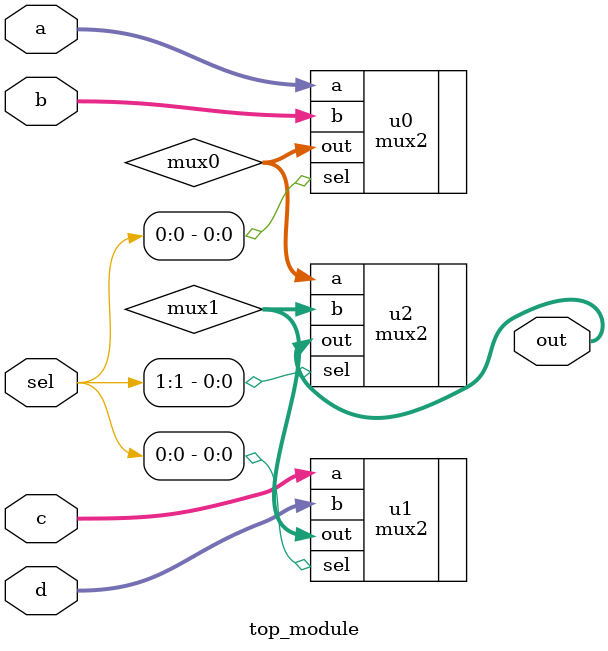
<source format=v>
module top_module (
    input  wire [1:0] sel,
    input  wire [7:0] a,
    input  wire [7:0] b,
    input  wire [7:0] c,
    input  wire [7:0] d,
    output wire [7:0] out
    );

    wire [7:0] mux0, mux1;
    
    mux2 u0(
        .sel(sel[0]),
        .a(a),
        .b(b),
        .out(mux0)
    );

    mux2 u1(
        .sel(sel[0]),
        .a(c),
        .b(d),
        .out(mux1)
    );

    mux2 u2(
        .sel(sel[1]),
        .a(mux0),
        .b(mux1),
        .out(out)
    );

endmodule

</source>
